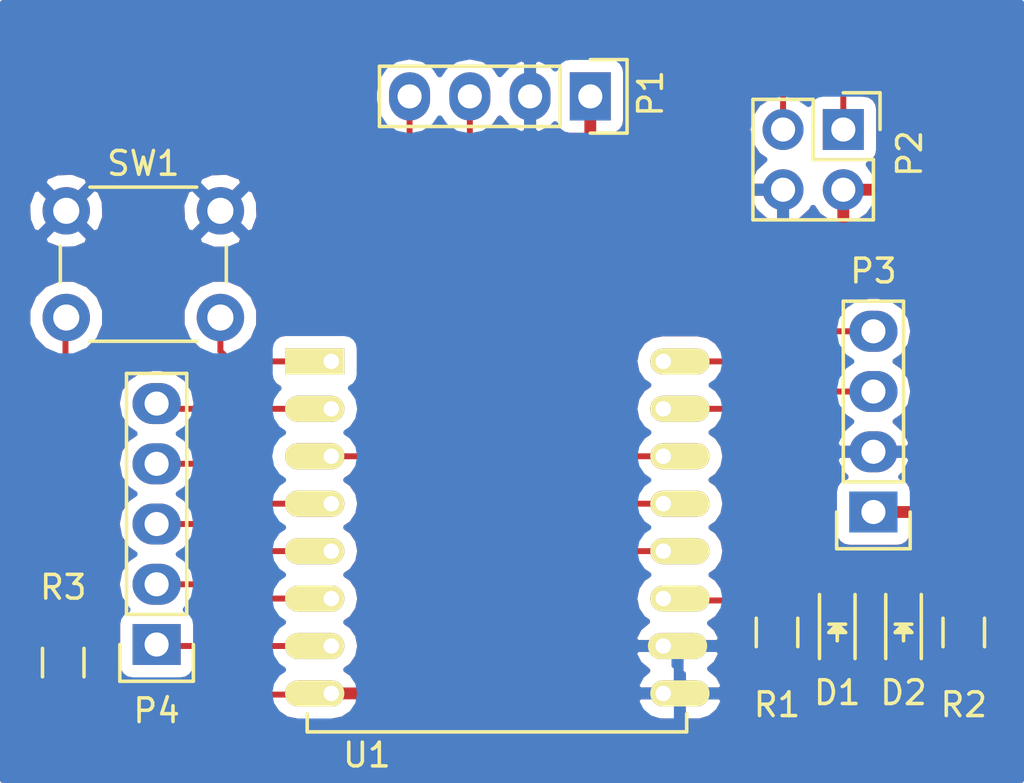
<source format=kicad_pcb>
(kicad_pcb (version 4) (host pcbnew 4.0.4-stable)

  (general
    (links 30)
    (no_connects 12)
    (area 83.82 72.39 127.115002 105.605)
    (thickness 1.6)
    (drawings 0)
    (tracks 84)
    (zones 0)
    (modules 11)
    (nets 18)
  )

  (page A4)
  (layers
    (0 F.Cu signal)
    (31 B.Cu signal)
    (32 B.Adhes user)
    (33 F.Adhes user)
    (34 B.Paste user)
    (35 F.Paste user)
    (36 B.SilkS user)
    (37 F.SilkS user)
    (38 B.Mask user)
    (39 F.Mask user)
    (40 Dwgs.User user)
    (41 Cmts.User user)
    (42 Eco1.User user)
    (43 Eco2.User user)
    (44 Edge.Cuts user)
    (45 Margin user)
    (46 B.CrtYd user)
    (47 F.CrtYd user)
    (48 B.Fab user)
    (49 F.Fab user hide)
  )

  (setup
    (last_trace_width 0.25)
    (trace_clearance 0.2)
    (zone_clearance 0.508)
    (zone_45_only no)
    (trace_min 0.2)
    (segment_width 0.2)
    (edge_width 0.15)
    (via_size 0.6)
    (via_drill 0.4)
    (via_min_size 0.4)
    (via_min_drill 0.3)
    (uvia_size 0.3)
    (uvia_drill 0.1)
    (uvias_allowed no)
    (uvia_min_size 0.2)
    (uvia_min_drill 0.1)
    (pcb_text_width 0.3)
    (pcb_text_size 1.5 1.5)
    (mod_edge_width 0.15)
    (mod_text_size 1 1)
    (mod_text_width 0.15)
    (pad_size 1.524 1.524)
    (pad_drill 0.762)
    (pad_to_mask_clearance 0.2)
    (aux_axis_origin 0 0)
    (visible_elements FFFEFF7F)
    (pcbplotparams
      (layerselection 0x00030_80000001)
      (usegerberextensions false)
      (excludeedgelayer true)
      (linewidth 0.100000)
      (plotframeref false)
      (viasonmask false)
      (mode 1)
      (useauxorigin false)
      (hpglpennumber 1)
      (hpglpenspeed 20)
      (hpglpendiameter 15)
      (hpglpenoverlay 2)
      (psnegative false)
      (psa4output false)
      (plotreference true)
      (plotvalue true)
      (plotinvisibletext false)
      (padsonsilk false)
      (subtractmaskfromsilk false)
      (outputformat 1)
      (mirror false)
      (drillshape 1)
      (scaleselection 1)
      (outputdirectory ""))
  )

  (net 0 "")
  (net 1 "Net-(D1-Pad2)")
  (net 2 GND)
  (net 3 "Net-(D2-Pad2)")
  (net 4 +3V3)
  (net 5 /SCL)
  (net 6 /SDA)
  (net 7 /IO0)
  (net 8 /CPD)
  (net 9 /RX)
  (net 10 /TX)
  (net 11 /IO2)
  (net 12 /RST)
  (net 13 /ADC)
  (net 14 /IO16)
  (net 15 /IO14)
  (net 16 /IO12)
  (net 17 /IO13)

  (net_class Default "This is the default net class."
    (clearance 0.2)
    (trace_width 0.25)
    (via_dia 0.6)
    (via_drill 0.4)
    (uvia_dia 0.3)
    (uvia_drill 0.1)
    (add_net /ADC)
    (add_net /CPD)
    (add_net /IO0)
    (add_net /IO12)
    (add_net /IO13)
    (add_net /IO14)
    (add_net /IO16)
    (add_net /IO2)
    (add_net /RST)
    (add_net /RX)
    (add_net /SCL)
    (add_net /SDA)
    (add_net /TX)
    (add_net GND)
    (add_net "Net-(D1-Pad2)")
    (add_net "Net-(D2-Pad2)")
  )

  (net_class 3.3v ""
    (clearance 0.5)
    (trace_width 0.5)
    (via_dia 0.6)
    (via_drill 0.4)
    (uvia_dia 0.3)
    (uvia_drill 0.1)
    (add_net +3V3)
  )

  (module ESP8266:ESP-12 (layer F.Cu) (tedit 55BE5912) (tstamp 585D69CF)
    (at 97.79 87.63)
    (descr "Module, ESP-8266, ESP-12, 16 pad, SMD")
    (tags "Module ESP-8266 ESP8266")
    (path /58568542)
    (fp_text reference U1 (at 1.5 16.6) (layer F.SilkS)
      (effects (font (size 1 1) (thickness 0.15)))
    )
    (fp_text value ESP-12 (at 6.992 1) (layer F.Fab)
      (effects (font (size 1 1) (thickness 0.15)))
    )
    (fp_line (start -2.25 -0.5) (end -2.25 -8.75) (layer F.CrtYd) (width 0.05))
    (fp_line (start -2.25 -8.75) (end 15.25 -8.75) (layer F.CrtYd) (width 0.05))
    (fp_line (start 15.25 -8.75) (end 16.25 -8.75) (layer F.CrtYd) (width 0.05))
    (fp_line (start 16.25 -8.75) (end 16.25 16) (layer F.CrtYd) (width 0.05))
    (fp_line (start 16.25 16) (end -2.25 16) (layer F.CrtYd) (width 0.05))
    (fp_line (start -2.25 16) (end -2.25 -0.5) (layer F.CrtYd) (width 0.05))
    (fp_line (start -1.016 -8.382) (end 14.986 -8.382) (layer F.CrtYd) (width 0.1524))
    (fp_line (start 14.986 -8.382) (end 14.986 -0.889) (layer F.CrtYd) (width 0.1524))
    (fp_line (start -1.016 -8.382) (end -1.016 -1.016) (layer F.CrtYd) (width 0.1524))
    (fp_line (start -1.016 14.859) (end -1.016 15.621) (layer F.SilkS) (width 0.1524))
    (fp_line (start -1.016 15.621) (end 14.986 15.621) (layer F.SilkS) (width 0.1524))
    (fp_line (start 14.986 15.621) (end 14.986 14.859) (layer F.SilkS) (width 0.1524))
    (fp_line (start 14.992 -8.4) (end -1.008 -2.6) (layer F.CrtYd) (width 0.1524))
    (fp_line (start -1.008 -8.4) (end 14.992 -2.6) (layer F.CrtYd) (width 0.1524))
    (fp_text user "No Copper" (at 6.892 -5.4) (layer F.CrtYd)
      (effects (font (size 1 1) (thickness 0.15)))
    )
    (fp_line (start -1.008 -2.6) (end 14.992 -2.6) (layer F.CrtYd) (width 0.1524))
    (fp_line (start 15 -8.4) (end 15 15.6) (layer F.Fab) (width 0.05))
    (fp_line (start 14.992 15.6) (end -1.008 15.6) (layer F.Fab) (width 0.05))
    (fp_line (start -1.008 15.6) (end -1.008 -8.4) (layer F.Fab) (width 0.05))
    (fp_line (start -1.008 -8.4) (end 14.992 -8.4) (layer F.Fab) (width 0.05))
    (pad 1 thru_hole rect (at 0 0) (size 2.5 1.1) (drill 0.65 (offset -0.7 0)) (layers *.Cu *.Mask F.SilkS)
      (net 12 /RST))
    (pad 2 thru_hole oval (at 0 2) (size 2.5 1.1) (drill 0.65 (offset -0.7 0)) (layers *.Cu *.Mask F.SilkS)
      (net 13 /ADC))
    (pad 3 thru_hole oval (at 0 4) (size 2.5 1.1) (drill 0.65 (offset -0.7 0)) (layers *.Cu *.Mask F.SilkS)
      (net 8 /CPD))
    (pad 4 thru_hole oval (at 0 6) (size 2.5 1.1) (drill 0.65 (offset -0.7 0)) (layers *.Cu *.Mask F.SilkS)
      (net 14 /IO16))
    (pad 5 thru_hole oval (at 0 8) (size 2.5 1.1) (drill 0.65 (offset -0.7 0)) (layers *.Cu *.Mask F.SilkS)
      (net 15 /IO14))
    (pad 6 thru_hole oval (at 0 10) (size 2.5 1.1) (drill 0.65 (offset -0.7 0)) (layers *.Cu *.Mask F.SilkS)
      (net 16 /IO12))
    (pad 7 thru_hole oval (at 0 12) (size 2.5 1.1) (drill 0.65 (offset -0.7 0)) (layers *.Cu *.Mask F.SilkS)
      (net 17 /IO13))
    (pad 8 thru_hole oval (at 0 14) (size 2.5 1.1) (drill 0.65 (offset -0.7 0)) (layers *.Cu *.Mask F.SilkS)
      (net 4 +3V3))
    (pad 9 thru_hole oval (at 14 14) (size 2.5 1.1) (drill 0.65 (offset 0.7 0)) (layers *.Cu *.Mask F.SilkS)
      (net 2 GND))
    (pad 10 thru_hole oval (at 14 12) (size 2.5 1.1) (drill 0.65 (offset 0.6 0)) (layers *.Cu *.Mask F.SilkS)
      (net 2 GND))
    (pad 11 thru_hole oval (at 14 10) (size 2.5 1.1) (drill 0.65 (offset 0.7 0)) (layers *.Cu *.Mask F.SilkS)
      (net 11 /IO2))
    (pad 12 thru_hole oval (at 14 8) (size 2.5 1.1) (drill 0.65 (offset 0.7 0)) (layers *.Cu *.Mask F.SilkS)
      (net 7 /IO0))
    (pad 13 thru_hole oval (at 14 6) (size 2.5 1.1) (drill 0.65 (offset 0.7 0)) (layers *.Cu *.Mask F.SilkS)
      (net 6 /SDA))
    (pad 14 thru_hole oval (at 14 4) (size 2.5 1.1) (drill 0.65 (offset 0.7 0)) (layers *.Cu *.Mask F.SilkS)
      (net 5 /SCL))
    (pad 15 thru_hole oval (at 14 2) (size 2.5 1.1) (drill 0.65 (offset 0.7 0)) (layers *.Cu *.Mask F.SilkS)
      (net 9 /RX))
    (pad 16 thru_hole oval (at 14 0) (size 2.5 1.1) (drill 0.65 (offset 0.7 0)) (layers *.Cu *.Mask F.SilkS)
      (net 10 /TX))
    (model ${KIPRJMOD}/lib/kicad-ESP8266/ESP8266.3dshapes/ESP-12.wrl
      (at (xyz 0 0 0))
      (scale (xyz 0.3937 0.3937 0.3937))
      (rotate (xyz 0 0 0))
    )
  )

  (module LEDs:LED_0805 (layer F.Cu) (tedit 5856BA96) (tstamp 585D60FD)
    (at 119.126 99.06 270)
    (descr "LED 0805 smd package")
    (tags "LED 0805 SMD")
    (path /5856A33B)
    (attr smd)
    (fp_text reference D1 (at 2.54 0 360) (layer F.SilkS)
      (effects (font (size 1 1) (thickness 0.15)))
    )
    (fp_text value LED (at 0 1.75 270) (layer F.Fab)
      (effects (font (size 1 1) (thickness 0.15)))
    )
    (fp_line (start -0.4 -0.3) (end -0.4 0.3) (layer F.Fab) (width 0.15))
    (fp_line (start -0.3 0) (end 0 -0.3) (layer F.Fab) (width 0.15))
    (fp_line (start 0 0.3) (end -0.3 0) (layer F.Fab) (width 0.15))
    (fp_line (start 0 -0.3) (end 0 0.3) (layer F.Fab) (width 0.15))
    (fp_line (start 1 -0.6) (end -1 -0.6) (layer F.Fab) (width 0.15))
    (fp_line (start 1 0.6) (end 1 -0.6) (layer F.Fab) (width 0.15))
    (fp_line (start -1 0.6) (end 1 0.6) (layer F.Fab) (width 0.15))
    (fp_line (start -1 -0.6) (end -1 0.6) (layer F.Fab) (width 0.15))
    (fp_line (start -1.6 0.75) (end 1.1 0.75) (layer F.SilkS) (width 0.15))
    (fp_line (start -1.6 -0.75) (end 1.1 -0.75) (layer F.SilkS) (width 0.15))
    (fp_line (start -0.1 0.15) (end -0.1 -0.1) (layer F.SilkS) (width 0.15))
    (fp_line (start -0.1 -0.1) (end -0.25 0.05) (layer F.SilkS) (width 0.15))
    (fp_line (start -0.35 -0.35) (end -0.35 0.35) (layer F.SilkS) (width 0.15))
    (fp_line (start 0 0) (end 0.35 0) (layer F.SilkS) (width 0.15))
    (fp_line (start -0.35 0) (end 0 -0.35) (layer F.SilkS) (width 0.15))
    (fp_line (start 0 -0.35) (end 0 0.35) (layer F.SilkS) (width 0.15))
    (fp_line (start 0 0.35) (end -0.35 0) (layer F.SilkS) (width 0.15))
    (fp_line (start 1.9 -0.95) (end 1.9 0.95) (layer F.CrtYd) (width 0.05))
    (fp_line (start 1.9 0.95) (end -1.9 0.95) (layer F.CrtYd) (width 0.05))
    (fp_line (start -1.9 0.95) (end -1.9 -0.95) (layer F.CrtYd) (width 0.05))
    (fp_line (start -1.9 -0.95) (end 1.9 -0.95) (layer F.CrtYd) (width 0.05))
    (pad 2 smd rect (at 1.04902 0 90) (size 1.19888 1.19888) (layers F.Cu F.Paste F.Mask)
      (net 1 "Net-(D1-Pad2)"))
    (pad 1 smd rect (at -1.04902 0 90) (size 1.19888 1.19888) (layers F.Cu F.Paste F.Mask)
      (net 2 GND))
    (model LEDs.3dshapes/LED_0805.wrl
      (at (xyz 0 0 0))
      (scale (xyz 1 1 1))
      (rotate (xyz 0 0 0))
    )
  )

  (module LEDs:LED_0805 (layer F.Cu) (tedit 5856BA99) (tstamp 585D6118)
    (at 121.92 99.06 270)
    (descr "LED 0805 smd package")
    (tags "LED 0805 SMD")
    (path /585689C1)
    (attr smd)
    (fp_text reference D2 (at 2.54 0 360) (layer F.SilkS)
      (effects (font (size 1 1) (thickness 0.15)))
    )
    (fp_text value LED (at 0 1.75 270) (layer F.Fab)
      (effects (font (size 1 1) (thickness 0.15)))
    )
    (fp_line (start -0.4 -0.3) (end -0.4 0.3) (layer F.Fab) (width 0.15))
    (fp_line (start -0.3 0) (end 0 -0.3) (layer F.Fab) (width 0.15))
    (fp_line (start 0 0.3) (end -0.3 0) (layer F.Fab) (width 0.15))
    (fp_line (start 0 -0.3) (end 0 0.3) (layer F.Fab) (width 0.15))
    (fp_line (start 1 -0.6) (end -1 -0.6) (layer F.Fab) (width 0.15))
    (fp_line (start 1 0.6) (end 1 -0.6) (layer F.Fab) (width 0.15))
    (fp_line (start -1 0.6) (end 1 0.6) (layer F.Fab) (width 0.15))
    (fp_line (start -1 -0.6) (end -1 0.6) (layer F.Fab) (width 0.15))
    (fp_line (start -1.6 0.75) (end 1.1 0.75) (layer F.SilkS) (width 0.15))
    (fp_line (start -1.6 -0.75) (end 1.1 -0.75) (layer F.SilkS) (width 0.15))
    (fp_line (start -0.1 0.15) (end -0.1 -0.1) (layer F.SilkS) (width 0.15))
    (fp_line (start -0.1 -0.1) (end -0.25 0.05) (layer F.SilkS) (width 0.15))
    (fp_line (start -0.35 -0.35) (end -0.35 0.35) (layer F.SilkS) (width 0.15))
    (fp_line (start 0 0) (end 0.35 0) (layer F.SilkS) (width 0.15))
    (fp_line (start -0.35 0) (end 0 -0.35) (layer F.SilkS) (width 0.15))
    (fp_line (start 0 -0.35) (end 0 0.35) (layer F.SilkS) (width 0.15))
    (fp_line (start 0 0.35) (end -0.35 0) (layer F.SilkS) (width 0.15))
    (fp_line (start 1.9 -0.95) (end 1.9 0.95) (layer F.CrtYd) (width 0.05))
    (fp_line (start 1.9 0.95) (end -1.9 0.95) (layer F.CrtYd) (width 0.05))
    (fp_line (start -1.9 0.95) (end -1.9 -0.95) (layer F.CrtYd) (width 0.05))
    (fp_line (start -1.9 -0.95) (end 1.9 -0.95) (layer F.CrtYd) (width 0.05))
    (pad 2 smd rect (at 1.04902 0 90) (size 1.19888 1.19888) (layers F.Cu F.Paste F.Mask)
      (net 3 "Net-(D2-Pad2)"))
    (pad 1 smd rect (at -1.04902 0 90) (size 1.19888 1.19888) (layers F.Cu F.Paste F.Mask)
      (net 2 GND))
    (model LEDs.3dshapes/LED_0805.wrl
      (at (xyz 0 0 0))
      (scale (xyz 1 1 1))
      (rotate (xyz 0 0 0))
    )
  )

  (module Pin_Headers:Pin_Header_Straight_1x04 (layer F.Cu) (tedit 0) (tstamp 585D612B)
    (at 108.712 76.454 270)
    (descr "Through hole pin header")
    (tags "pin header")
    (path /5856A739)
    (fp_text reference P1 (at -0.127 -2.54 270) (layer F.SilkS)
      (effects (font (size 1 1) (thickness 0.15)))
    )
    (fp_text value Display (at 0 -3.1 270) (layer F.Fab)
      (effects (font (size 1 1) (thickness 0.15)))
    )
    (fp_line (start -1.75 -1.75) (end -1.75 9.4) (layer F.CrtYd) (width 0.05))
    (fp_line (start 1.75 -1.75) (end 1.75 9.4) (layer F.CrtYd) (width 0.05))
    (fp_line (start -1.75 -1.75) (end 1.75 -1.75) (layer F.CrtYd) (width 0.05))
    (fp_line (start -1.75 9.4) (end 1.75 9.4) (layer F.CrtYd) (width 0.05))
    (fp_line (start -1.27 1.27) (end -1.27 8.89) (layer F.SilkS) (width 0.15))
    (fp_line (start 1.27 1.27) (end 1.27 8.89) (layer F.SilkS) (width 0.15))
    (fp_line (start 1.55 -1.55) (end 1.55 0) (layer F.SilkS) (width 0.15))
    (fp_line (start -1.27 8.89) (end 1.27 8.89) (layer F.SilkS) (width 0.15))
    (fp_line (start 1.27 1.27) (end -1.27 1.27) (layer F.SilkS) (width 0.15))
    (fp_line (start -1.55 0) (end -1.55 -1.55) (layer F.SilkS) (width 0.15))
    (fp_line (start -1.55 -1.55) (end 1.55 -1.55) (layer F.SilkS) (width 0.15))
    (pad 1 thru_hole rect (at 0 0 270) (size 2.032 1.7272) (drill 1.016) (layers *.Cu *.Mask)
      (net 4 +3V3))
    (pad 2 thru_hole oval (at 0 2.54 270) (size 2.032 1.7272) (drill 1.016) (layers *.Cu *.Mask)
      (net 2 GND))
    (pad 3 thru_hole oval (at 0 5.08 270) (size 2.032 1.7272) (drill 1.016) (layers *.Cu *.Mask)
      (net 5 /SCL))
    (pad 4 thru_hole oval (at 0 7.62 270) (size 2.032 1.7272) (drill 1.016) (layers *.Cu *.Mask)
      (net 6 /SDA))
    (model Pin_Headers.3dshapes/Pin_Header_Straight_1x04.wrl
      (at (xyz 0 -0.15 0))
      (scale (xyz 1 1 1))
      (rotate (xyz 0 0 90))
    )
  )

  (module Pin_Headers:Pin_Header_Straight_2x02 (layer F.Cu) (tedit 0) (tstamp 585D613F)
    (at 119.38 77.851 270)
    (descr "Through hole pin header")
    (tags "pin header")
    (path /58568870)
    (fp_text reference P2 (at 1.016 -2.794 270) (layer F.SilkS)
      (effects (font (size 1 1) (thickness 0.15)))
    )
    (fp_text value PROGRAM (at 0 -3.1 270) (layer F.Fab)
      (effects (font (size 1 1) (thickness 0.15)))
    )
    (fp_line (start -1.75 -1.75) (end -1.75 4.3) (layer F.CrtYd) (width 0.05))
    (fp_line (start 4.3 -1.75) (end 4.3 4.3) (layer F.CrtYd) (width 0.05))
    (fp_line (start -1.75 -1.75) (end 4.3 -1.75) (layer F.CrtYd) (width 0.05))
    (fp_line (start -1.75 4.3) (end 4.3 4.3) (layer F.CrtYd) (width 0.05))
    (fp_line (start -1.55 0) (end -1.55 -1.55) (layer F.SilkS) (width 0.15))
    (fp_line (start 0 -1.55) (end -1.55 -1.55) (layer F.SilkS) (width 0.15))
    (fp_line (start -1.27 1.27) (end 1.27 1.27) (layer F.SilkS) (width 0.15))
    (fp_line (start 1.27 1.27) (end 1.27 -1.27) (layer F.SilkS) (width 0.15))
    (fp_line (start 1.27 -1.27) (end 3.81 -1.27) (layer F.SilkS) (width 0.15))
    (fp_line (start 3.81 -1.27) (end 3.81 3.81) (layer F.SilkS) (width 0.15))
    (fp_line (start 3.81 3.81) (end -1.27 3.81) (layer F.SilkS) (width 0.15))
    (fp_line (start -1.27 3.81) (end -1.27 1.27) (layer F.SilkS) (width 0.15))
    (pad 1 thru_hole rect (at 0 0 270) (size 1.7272 1.7272) (drill 1.016) (layers *.Cu *.Mask)
      (net 8 /CPD))
    (pad 2 thru_hole oval (at 2.54 0 270) (size 1.7272 1.7272) (drill 1.016) (layers *.Cu *.Mask)
      (net 4 +3V3))
    (pad 3 thru_hole oval (at 0 2.54 270) (size 1.7272 1.7272) (drill 1.016) (layers *.Cu *.Mask)
      (net 7 /IO0))
    (pad 4 thru_hole oval (at 2.54 2.54 270) (size 1.7272 1.7272) (drill 1.016) (layers *.Cu *.Mask)
      (net 2 GND))
    (model Pin_Headers.3dshapes/Pin_Header_Straight_2x02.wrl
      (at (xyz 0.05 -0.05 0))
      (scale (xyz 1 1 1))
      (rotate (xyz 0 0 90))
    )
  )

  (module Pin_Headers:Pin_Header_Straight_1x04 (layer F.Cu) (tedit 5856B834) (tstamp 585D6152)
    (at 120.65 93.98 180)
    (descr "Through hole pin header")
    (tags "pin header")
    (path /585685B1)
    (fp_text reference P3 (at 0 10.16 180) (layer F.SilkS)
      (effects (font (size 1 1) (thickness 0.15)))
    )
    (fp_text value Serial (at 0 10.16 180) (layer F.Fab)
      (effects (font (size 1 1) (thickness 0.15)))
    )
    (fp_line (start -1.75 -1.75) (end -1.75 9.4) (layer F.CrtYd) (width 0.05))
    (fp_line (start 1.75 -1.75) (end 1.75 9.4) (layer F.CrtYd) (width 0.05))
    (fp_line (start -1.75 -1.75) (end 1.75 -1.75) (layer F.CrtYd) (width 0.05))
    (fp_line (start -1.75 9.4) (end 1.75 9.4) (layer F.CrtYd) (width 0.05))
    (fp_line (start -1.27 1.27) (end -1.27 8.89) (layer F.SilkS) (width 0.15))
    (fp_line (start 1.27 1.27) (end 1.27 8.89) (layer F.SilkS) (width 0.15))
    (fp_line (start 1.55 -1.55) (end 1.55 0) (layer F.SilkS) (width 0.15))
    (fp_line (start -1.27 8.89) (end 1.27 8.89) (layer F.SilkS) (width 0.15))
    (fp_line (start 1.27 1.27) (end -1.27 1.27) (layer F.SilkS) (width 0.15))
    (fp_line (start -1.55 0) (end -1.55 -1.55) (layer F.SilkS) (width 0.15))
    (fp_line (start -1.55 -1.55) (end 1.55 -1.55) (layer F.SilkS) (width 0.15))
    (pad 1 thru_hole rect (at 0 0 180) (size 2.032 1.7272) (drill 1.016) (layers *.Cu *.Mask)
      (net 4 +3V3))
    (pad 2 thru_hole oval (at 0 2.54 180) (size 2.032 1.7272) (drill 1.016) (layers *.Cu *.Mask)
      (net 2 GND))
    (pad 3 thru_hole oval (at 0 5.08 180) (size 2.032 1.7272) (drill 1.016) (layers *.Cu *.Mask)
      (net 9 /RX))
    (pad 4 thru_hole oval (at 0 7.62 180) (size 2.032 1.7272) (drill 1.016) (layers *.Cu *.Mask)
      (net 10 /TX))
    (model Pin_Headers.3dshapes/Pin_Header_Straight_1x04.wrl
      (at (xyz 0 -0.15 0))
      (scale (xyz 1 1 1))
      (rotate (xyz 0 0 90))
    )
  )

  (module Resistors_SMD:R_0805_HandSoldering (layer F.Cu) (tedit 5856BA72) (tstamp 585D6162)
    (at 116.586 99.06 270)
    (descr "Resistor SMD 0805, hand soldering")
    (tags "resistor 0805")
    (path /5856A341)
    (attr smd)
    (fp_text reference R1 (at 3.048 0 360) (layer F.SilkS)
      (effects (font (size 1 1) (thickness 0.15)))
    )
    (fp_text value 120 (at 0 2.1 270) (layer F.Fab)
      (effects (font (size 1 1) (thickness 0.15)))
    )
    (fp_line (start -1 0.625) (end -1 -0.625) (layer F.Fab) (width 0.1))
    (fp_line (start 1 0.625) (end -1 0.625) (layer F.Fab) (width 0.1))
    (fp_line (start 1 -0.625) (end 1 0.625) (layer F.Fab) (width 0.1))
    (fp_line (start -1 -0.625) (end 1 -0.625) (layer F.Fab) (width 0.1))
    (fp_line (start -2.4 -1) (end 2.4 -1) (layer F.CrtYd) (width 0.05))
    (fp_line (start -2.4 1) (end 2.4 1) (layer F.CrtYd) (width 0.05))
    (fp_line (start -2.4 -1) (end -2.4 1) (layer F.CrtYd) (width 0.05))
    (fp_line (start 2.4 -1) (end 2.4 1) (layer F.CrtYd) (width 0.05))
    (fp_line (start 0.6 0.875) (end -0.6 0.875) (layer F.SilkS) (width 0.15))
    (fp_line (start -0.6 -0.875) (end 0.6 -0.875) (layer F.SilkS) (width 0.15))
    (pad 1 smd rect (at -1.35 0 270) (size 1.5 1.3) (layers F.Cu F.Paste F.Mask)
      (net 11 /IO2))
    (pad 2 smd rect (at 1.35 0 270) (size 1.5 1.3) (layers F.Cu F.Paste F.Mask)
      (net 1 "Net-(D1-Pad2)"))
    (model Resistors_SMD.3dshapes/R_0805_HandSoldering.wrl
      (at (xyz 0 0 0))
      (scale (xyz 1 1 1))
      (rotate (xyz 0 0 0))
    )
  )

  (module Resistors_SMD:R_0805_HandSoldering (layer F.Cu) (tedit 5856BA82) (tstamp 585D6172)
    (at 124.46 99.06 270)
    (descr "Resistor SMD 0805, hand soldering")
    (tags "resistor 0805")
    (path /58568BB7)
    (attr smd)
    (fp_text reference R2 (at 3.048 0 360) (layer F.SilkS)
      (effects (font (size 1 1) (thickness 0.15)))
    )
    (fp_text value 120 (at 0 2.1 270) (layer F.Fab)
      (effects (font (size 1 1) (thickness 0.15)))
    )
    (fp_line (start -1 0.625) (end -1 -0.625) (layer F.Fab) (width 0.1))
    (fp_line (start 1 0.625) (end -1 0.625) (layer F.Fab) (width 0.1))
    (fp_line (start 1 -0.625) (end 1 0.625) (layer F.Fab) (width 0.1))
    (fp_line (start -1 -0.625) (end 1 -0.625) (layer F.Fab) (width 0.1))
    (fp_line (start -2.4 -1) (end 2.4 -1) (layer F.CrtYd) (width 0.05))
    (fp_line (start -2.4 1) (end 2.4 1) (layer F.CrtYd) (width 0.05))
    (fp_line (start -2.4 -1) (end -2.4 1) (layer F.CrtYd) (width 0.05))
    (fp_line (start 2.4 -1) (end 2.4 1) (layer F.CrtYd) (width 0.05))
    (fp_line (start 0.6 0.875) (end -0.6 0.875) (layer F.SilkS) (width 0.15))
    (fp_line (start -0.6 -0.875) (end 0.6 -0.875) (layer F.SilkS) (width 0.15))
    (pad 1 smd rect (at -1.35 0 270) (size 1.5 1.3) (layers F.Cu F.Paste F.Mask)
      (net 4 +3V3))
    (pad 2 smd rect (at 1.35 0 270) (size 1.5 1.3) (layers F.Cu F.Paste F.Mask)
      (net 3 "Net-(D2-Pad2)"))
    (model Resistors_SMD.3dshapes/R_0805_HandSoldering.wrl
      (at (xyz 0 0 0))
      (scale (xyz 1 1 1))
      (rotate (xyz 0 0 0))
    )
  )

  (module Resistors_SMD:R_0805_HandSoldering (layer F.Cu) (tedit 58307B90) (tstamp 585D6182)
    (at 86.487 100.33 90)
    (descr "Resistor SMD 0805, hand soldering")
    (tags "resistor 0805")
    (path /58568FD2)
    (attr smd)
    (fp_text reference R3 (at 3.175 0 180) (layer F.SilkS)
      (effects (font (size 1 1) (thickness 0.15)))
    )
    (fp_text value 120 (at 0 2.1 90) (layer F.Fab)
      (effects (font (size 1 1) (thickness 0.15)))
    )
    (fp_line (start -1 0.625) (end -1 -0.625) (layer F.Fab) (width 0.1))
    (fp_line (start 1 0.625) (end -1 0.625) (layer F.Fab) (width 0.1))
    (fp_line (start 1 -0.625) (end 1 0.625) (layer F.Fab) (width 0.1))
    (fp_line (start -1 -0.625) (end 1 -0.625) (layer F.Fab) (width 0.1))
    (fp_line (start -2.4 -1) (end 2.4 -1) (layer F.CrtYd) (width 0.05))
    (fp_line (start -2.4 1) (end 2.4 1) (layer F.CrtYd) (width 0.05))
    (fp_line (start -2.4 -1) (end -2.4 1) (layer F.CrtYd) (width 0.05))
    (fp_line (start 2.4 -1) (end 2.4 1) (layer F.CrtYd) (width 0.05))
    (fp_line (start 0.6 0.875) (end -0.6 0.875) (layer F.SilkS) (width 0.15))
    (fp_line (start -0.6 -0.875) (end 0.6 -0.875) (layer F.SilkS) (width 0.15))
    (pad 1 smd rect (at -1.35 0 90) (size 1.5 1.3) (layers F.Cu F.Paste F.Mask)
      (net 4 +3V3))
    (pad 2 smd rect (at 1.35 0 90) (size 1.5 1.3) (layers F.Cu F.Paste F.Mask)
      (net 12 /RST))
    (model Resistors_SMD.3dshapes/R_0805_HandSoldering.wrl
      (at (xyz 0 0 0))
      (scale (xyz 1 1 1))
      (rotate (xyz 0 0 0))
    )
  )

  (module Buttons_Switches_THT:SW_PUSH_6mm_h8mm (layer F.Cu) (tedit 58134E27) (tstamp 585D61A0)
    (at 86.614 81.28)
    (descr "tactile push button, 6x6mm e.g. PHAP33xx series, height=8mm")
    (tags "tact sw push 6mm")
    (path /58568EFF)
    (fp_text reference SW1 (at 3.25 -2) (layer F.SilkS)
      (effects (font (size 1 1) (thickness 0.15)))
    )
    (fp_text value SW_PUSH (at 3.75 6.7) (layer F.Fab)
      (effects (font (size 1 1) (thickness 0.15)))
    )
    (fp_line (start 3.25 -0.75) (end 6.25 -0.75) (layer F.Fab) (width 0.1))
    (fp_line (start 6.25 -0.75) (end 6.25 5.25) (layer F.Fab) (width 0.1))
    (fp_line (start 6.25 5.25) (end 0.25 5.25) (layer F.Fab) (width 0.1))
    (fp_line (start 0.25 5.25) (end 0.25 -0.75) (layer F.Fab) (width 0.1))
    (fp_line (start 0.25 -0.75) (end 3.25 -0.75) (layer F.Fab) (width 0.1))
    (fp_line (start 7.75 6) (end 8 6) (layer F.CrtYd) (width 0.05))
    (fp_line (start 8 6) (end 8 5.75) (layer F.CrtYd) (width 0.05))
    (fp_line (start 7.75 -1.5) (end 8 -1.5) (layer F.CrtYd) (width 0.05))
    (fp_line (start 8 -1.5) (end 8 -1.25) (layer F.CrtYd) (width 0.05))
    (fp_line (start -1.5 -1.25) (end -1.5 -1.5) (layer F.CrtYd) (width 0.05))
    (fp_line (start -1.5 -1.5) (end -1.25 -1.5) (layer F.CrtYd) (width 0.05))
    (fp_line (start -1.5 5.75) (end -1.5 6) (layer F.CrtYd) (width 0.05))
    (fp_line (start -1.5 6) (end -1.25 6) (layer F.CrtYd) (width 0.05))
    (fp_line (start -1.25 -1.5) (end 7.75 -1.5) (layer F.CrtYd) (width 0.05))
    (fp_line (start -1.5 5.75) (end -1.5 -1.25) (layer F.CrtYd) (width 0.05))
    (fp_line (start 7.75 6) (end -1.25 6) (layer F.CrtYd) (width 0.05))
    (fp_line (start 8 -1.25) (end 8 5.75) (layer F.CrtYd) (width 0.05))
    (fp_line (start 1 5.5) (end 5.5 5.5) (layer F.SilkS) (width 0.15))
    (fp_line (start -0.25 1.5) (end -0.25 3) (layer F.SilkS) (width 0.15))
    (fp_line (start 5.5 -1) (end 1 -1) (layer F.SilkS) (width 0.15))
    (fp_line (start 6.75 3) (end 6.75 1.5) (layer F.SilkS) (width 0.15))
    (fp_circle (center 3.25 2.25) (end 1.25 2.5) (layer F.Fab) (width 0.1))
    (pad 2 thru_hole circle (at 0 4.5 90) (size 2 2) (drill 1.1) (layers *.Cu *.Mask)
      (net 12 /RST))
    (pad 1 thru_hole circle (at 0 0 90) (size 2 2) (drill 1.1) (layers *.Cu *.Mask)
      (net 2 GND))
    (pad 2 thru_hole circle (at 6.5 4.5 90) (size 2 2) (drill 1.1) (layers *.Cu *.Mask)
      (net 12 /RST))
    (pad 1 thru_hole circle (at 6.5 0 90) (size 2 2) (drill 1.1) (layers *.Cu *.Mask)
      (net 2 GND))
    (model Buttons_Switches_ThroughHole.3dshapes/SW_PUSH_6mm_h8mm.wrl
      (at (xyz 0.005 0 0))
      (scale (xyz 0.3937 0.3937 0.3937))
      (rotate (xyz 0 0 0))
    )
  )

  (module Pin_Headers:Pin_Header_Straight_1x05 (layer F.Cu) (tedit 54EA0684) (tstamp 5857267C)
    (at 90.424 99.568 180)
    (descr "Through hole pin header")
    (tags "pin header")
    (path /5856B8CA)
    (fp_text reference P4 (at 0 -2.794 180) (layer F.SilkS)
      (effects (font (size 1 1) (thickness 0.15)))
    )
    (fp_text value PINS (at 0 -3.1 180) (layer F.Fab)
      (effects (font (size 1 1) (thickness 0.15)))
    )
    (fp_line (start -1.55 0) (end -1.55 -1.55) (layer F.SilkS) (width 0.15))
    (fp_line (start -1.55 -1.55) (end 1.55 -1.55) (layer F.SilkS) (width 0.15))
    (fp_line (start 1.55 -1.55) (end 1.55 0) (layer F.SilkS) (width 0.15))
    (fp_line (start -1.75 -1.75) (end -1.75 11.95) (layer F.CrtYd) (width 0.05))
    (fp_line (start 1.75 -1.75) (end 1.75 11.95) (layer F.CrtYd) (width 0.05))
    (fp_line (start -1.75 -1.75) (end 1.75 -1.75) (layer F.CrtYd) (width 0.05))
    (fp_line (start -1.75 11.95) (end 1.75 11.95) (layer F.CrtYd) (width 0.05))
    (fp_line (start 1.27 1.27) (end 1.27 11.43) (layer F.SilkS) (width 0.15))
    (fp_line (start 1.27 11.43) (end -1.27 11.43) (layer F.SilkS) (width 0.15))
    (fp_line (start -1.27 11.43) (end -1.27 1.27) (layer F.SilkS) (width 0.15))
    (fp_line (start 1.27 1.27) (end -1.27 1.27) (layer F.SilkS) (width 0.15))
    (pad 1 thru_hole rect (at 0 0 180) (size 2.032 1.7272) (drill 1.016) (layers *.Cu *.Mask)
      (net 17 /IO13))
    (pad 2 thru_hole oval (at 0 2.54 180) (size 2.032 1.7272) (drill 1.016) (layers *.Cu *.Mask)
      (net 16 /IO12))
    (pad 3 thru_hole oval (at 0 5.08 180) (size 2.032 1.7272) (drill 1.016) (layers *.Cu *.Mask)
      (net 15 /IO14))
    (pad 4 thru_hole oval (at 0 7.62 180) (size 2.032 1.7272) (drill 1.016) (layers *.Cu *.Mask)
      (net 14 /IO16))
    (pad 5 thru_hole oval (at 0 10.16 180) (size 2.032 1.7272) (drill 1.016) (layers *.Cu *.Mask)
      (net 13 /ADC))
    (model Pin_Headers.3dshapes/Pin_Header_Straight_1x05.wrl
      (at (xyz 0 -0.2 0))
      (scale (xyz 1 1 1))
      (rotate (xyz 0 0 90))
    )
  )

  (segment (start 119.126 100.10902) (end 116.88698 100.10902) (width 0.25) (layer F.Cu) (net 1))
  (segment (start 116.88698 100.10902) (end 116.586 100.41) (width 0.25) (layer F.Cu) (net 1) (tstamp 58572873))
  (segment (start 121.92 100.10902) (end 124.15902 100.10902) (width 0.25) (layer F.Cu) (net 3))
  (segment (start 124.15902 100.10902) (end 124.46 100.41) (width 0.25) (layer F.Cu) (net 3) (tstamp 58572876))
  (segment (start 111.76 83.82) (end 108.712 80.772) (width 0.5) (layer F.Cu) (net 4))
  (segment (start 108.712 80.772) (end 108.712 76.454) (width 0.5) (layer F.Cu) (net 4))
  (segment (start 118.11 83.82) (end 111.76 83.82) (width 0.5) (layer F.Cu) (net 4))
  (segment (start 119.38 82.55) (end 118.11 83.82) (width 0.5) (layer F.Cu) (net 4))
  (segment (start 119.38 80.391) (end 119.38 82.55) (width 0.5) (layer F.Cu) (net 4))
  (segment (start 126.365 101.981) (end 126.365 99.715) (width 0.5) (layer F.Cu) (net 4))
  (segment (start 126.365 99.715) (end 124.46 97.81) (width 0.5) (layer F.Cu) (net 4))
  (segment (start 124.46 97.81) (end 124.46 97.71) (width 0.5) (layer F.Cu) (net 4))
  (segment (start 125.41599 102.93001) (end 126.365 101.981) (width 0.5) (layer F.Cu) (net 4))
  (segment (start 104.043 101.63) (end 105.34301 102.93001) (width 0.5) (layer F.Cu) (net 4))
  (segment (start 105.34301 102.93001) (end 125.41599 102.93001) (width 0.5) (layer F.Cu) (net 4))
  (segment (start 97.79 101.63) (end 104.043 101.63) (width 0.5) (layer F.Cu) (net 4))
  (segment (start 124.45746 93.218) (end 124.45746 93.853) (width 0.5) (layer F.Cu) (net 4))
  (segment (start 123.69546 93.98) (end 124.33046 93.98) (width 0.5) (layer F.Cu) (net 4))
  (segment (start 124.45746 93.853) (end 124.45746 94.615) (width 0.5) (layer F.Cu) (net 4))
  (segment (start 124.33046 93.98) (end 124.45746 93.853) (width 0.5) (layer F.Cu) (net 4))
  (segment (start 124.45746 94.615) (end 124.45746 95.50146) (width 0.5) (layer F.Cu) (net 4))
  (segment (start 123.69546 93.98) (end 123.82246 93.98) (width 0.5) (layer F.Cu) (net 4))
  (segment (start 123.82246 93.98) (end 124.45746 94.615) (width 0.5) (layer F.Cu) (net 4))
  (segment (start 124.45746 83.05546) (end 124.45746 93.218) (width 0.5) (layer F.Cu) (net 4))
  (segment (start 120.65 93.98) (end 123.69546 93.98) (width 0.5) (layer F.Cu) (net 4))
  (segment (start 123.69546 93.98) (end 124.45746 93.218) (width 0.5) (layer F.Cu) (net 4))
  (segment (start 124.46 97.71) (end 124.46 95.504) (width 0.5) (layer F.Cu) (net 4))
  (segment (start 124.46 95.504) (end 124.46 95.25) (width 0.5) (layer F.Cu) (net 4))
  (segment (start 119.38 80.391) (end 121.793 80.391) (width 0.5) (layer F.Cu) (net 4))
  (segment (start 121.793 80.391) (end 124.45746 83.05546) (width 0.5) (layer F.Cu) (net 4))
  (segment (start 124.45746 95.50146) (end 124.46 95.504) (width 0.5) (layer F.Cu) (net 4))
  (segment (start 97.79 101.63) (end 97.74 101.68) (width 0.25) (layer F.Cu) (net 4))
  (segment (start 97.74 101.68) (end 86.487 101.68) (width 0.25) (layer F.Cu) (net 4))
  (segment (start 111.79 91.63) (end 109.95438 91.63) (width 0.25) (layer F.Cu) (net 5))
  (segment (start 109.95438 91.63) (end 103.632 85.30762) (width 0.25) (layer F.Cu) (net 5))
  (segment (start 103.632 85.30762) (end 103.632 76.454) (width 0.25) (layer F.Cu) (net 5))
  (segment (start 111.79 93.63) (end 109.816823 93.63) (width 0.25) (layer F.Cu) (net 6))
  (segment (start 109.816823 93.63) (end 101.092 84.905177) (width 0.25) (layer F.Cu) (net 6))
  (segment (start 101.092 84.905177) (end 101.092 76.454) (width 0.25) (layer F.Cu) (net 6))
  (segment (start 99.187 85.09) (end 99.187 76.327) (width 0.25) (layer F.Cu) (net 7))
  (segment (start 99.187 76.327) (end 99.187 76.215014) (width 0.25) (layer F.Cu) (net 7))
  (segment (start 99.822 74.295) (end 99.187 74.93) (width 0.25) (layer F.Cu) (net 7))
  (segment (start 99.187 74.93) (end 99.187 76.327) (width 0.25) (layer F.Cu) (net 7))
  (segment (start 115.443 74.295) (end 99.822 74.295) (width 0.25) (layer F.Cu) (net 7))
  (segment (start 116.84 75.692) (end 115.443 74.295) (width 0.25) (layer F.Cu) (net 7))
  (segment (start 116.84 77.851) (end 116.84 75.692) (width 0.25) (layer F.Cu) (net 7))
  (segment (start 111.79 95.63) (end 109.727 95.63) (width 0.25) (layer F.Cu) (net 7))
  (segment (start 109.727 95.63) (end 99.187 85.09) (width 0.25) (layer F.Cu) (net 7))
  (segment (start 117.602 73.533) (end 119.38 75.311) (width 0.25) (layer F.Cu) (net 8))
  (segment (start 119.38 75.311) (end 119.38 77.851) (width 0.25) (layer F.Cu) (net 8))
  (segment (start 99.441 73.533) (end 117.602 73.533) (width 0.25) (layer F.Cu) (net 8))
  (segment (start 97.917 75.057) (end 99.441 73.533) (width 0.25) (layer F.Cu) (net 8))
  (segment (start 97.917 85.09) (end 97.917 75.057) (width 0.25) (layer F.Cu) (net 8))
  (segment (start 100.33 87.503) (end 97.917 85.09) (width 0.25) (layer F.Cu) (net 8))
  (segment (start 100.33 90.678) (end 100.33 87.503) (width 0.25) (layer F.Cu) (net 8))
  (segment (start 99.378 91.63) (end 100.33 90.678) (width 0.25) (layer F.Cu) (net 8))
  (segment (start 97.79 91.63) (end 99.378 91.63) (width 0.25) (layer F.Cu) (net 8))
  (segment (start 111.79 89.63) (end 116.364 89.63) (width 0.25) (layer F.Cu) (net 9))
  (segment (start 117.094 88.9) (end 120.65 88.9) (width 0.25) (layer F.Cu) (net 9) (tstamp 5857292D))
  (segment (start 116.364 89.63) (end 117.094 88.9) (width 0.25) (layer F.Cu) (net 9) (tstamp 5857292C))
  (segment (start 111.79 87.63) (end 116.365223 87.63) (width 0.25) (layer F.Cu) (net 10))
  (segment (start 116.365223 87.63) (end 117.635223 86.36) (width 0.25) (layer F.Cu) (net 10))
  (segment (start 117.635223 86.36) (end 120.65 86.36) (width 0.25) (layer F.Cu) (net 10))
  (segment (start 116.586 97.71) (end 111.87 97.71) (width 0.25) (layer F.Cu) (net 11))
  (segment (start 111.87 97.71) (end 111.79 97.63) (width 0.25) (layer F.Cu) (net 11) (tstamp 5857287F))
  (segment (start 86.487 98.98) (end 86.581214 98.885786) (width 0.25) (layer F.Cu) (net 12))
  (segment (start 86.581214 85.83343) (end 86.592829 85.821815) (width 0.25) (layer F.Cu) (net 12))
  (segment (start 86.581214 98.885786) (end 86.581214 85.83343) (width 0.25) (layer F.Cu) (net 12))
  (segment (start 97.79 87.63) (end 93.549787 87.63) (width 0.25) (layer F.Cu) (net 12))
  (segment (start 93.549787 87.63) (end 93.114 87.194213) (width 0.25) (layer F.Cu) (net 12))
  (segment (start 93.114 87.194213) (end 93.114 85.78) (width 0.25) (layer F.Cu) (net 12))
  (segment (start 97.79 89.63) (end 90.646 89.63) (width 0.25) (layer F.Cu) (net 13))
  (segment (start 90.646 89.63) (end 90.424 89.408) (width 0.25) (layer F.Cu) (net 13) (tstamp 58572925))
  (segment (start 97.79 93.63) (end 94.392 93.63) (width 0.25) (layer F.Cu) (net 14))
  (segment (start 92.71 91.948) (end 90.424 91.948) (width 0.25) (layer F.Cu) (net 14) (tstamp 5857291E))
  (segment (start 94.392 93.63) (end 92.71 91.948) (width 0.25) (layer F.Cu) (net 14) (tstamp 5857291C))
  (segment (start 97.79 95.63) (end 94.36 95.63) (width 0.25) (layer F.Cu) (net 15))
  (segment (start 93.218 94.488) (end 90.424 94.488) (width 0.25) (layer F.Cu) (net 15) (tstamp 58572913))
  (segment (start 94.36 95.63) (end 93.218 94.488) (width 0.25) (layer F.Cu) (net 15) (tstamp 58572912))
  (segment (start 97.79 97.63) (end 94.328 97.63) (width 0.25) (layer F.Cu) (net 16))
  (segment (start 93.726 97.028) (end 90.424 97.028) (width 0.25) (layer F.Cu) (net 16) (tstamp 585728E5))
  (segment (start 94.328 97.63) (end 93.726 97.028) (width 0.25) (layer F.Cu) (net 16) (tstamp 585728E4))
  (segment (start 97.79 99.63) (end 90.486 99.63) (width 0.25) (layer F.Cu) (net 17))
  (segment (start 90.486 99.63) (end 90.424 99.568) (width 0.25) (layer F.Cu) (net 17) (tstamp 585728E0))

  (zone (net 2) (net_name GND) (layer F.Cu) (tstamp 0) (hatch edge 0.508)
    (connect_pads (clearance 0.508))
    (min_thickness 0.254)
    (fill yes (arc_segments 16) (thermal_gap 0.508) (thermal_bridge_width 0.508))
    (polygon
      (pts
        (xy 83.82 72.39) (xy 83.82 105.41) (xy 127 105.41) (xy 127 72.39)
      )
    )
    (filled_polygon
      (pts
        (xy 126.873 98.971421) (xy 125.75744 97.85586) (xy 125.75744 96.96) (xy 125.713162 96.724683) (xy 125.57409 96.508559)
        (xy 125.36189 96.363569) (xy 125.345 96.360149) (xy 125.345 95.504005) (xy 125.345001 95.504) (xy 125.345 95.503995)
        (xy 125.345 95.25) (xy 125.34246 95.237231) (xy 125.34246 94.615005) (xy 125.342461 94.615) (xy 125.34246 94.614995)
        (xy 125.34246 93.853005) (xy 125.342461 93.853) (xy 125.34246 93.852995) (xy 125.34246 93.218005) (xy 125.342461 93.218)
        (xy 125.34246 93.217995) (xy 125.34246 83.05546) (xy 125.275093 82.716785) (xy 125.08325 82.42967) (xy 125.083247 82.429668)
        (xy 122.41879 79.76521) (xy 122.258553 79.658144) (xy 122.131675 79.573367) (xy 122.075484 79.56219) (xy 121.793 79.505999)
        (xy 121.792995 79.506) (xy 120.575998 79.506) (xy 120.453426 79.322558) (xy 120.478917 79.317762) (xy 120.695041 79.17869)
        (xy 120.840031 78.96649) (xy 120.89104 78.7146) (xy 120.89104 76.9874) (xy 120.846762 76.752083) (xy 120.70769 76.535959)
        (xy 120.49549 76.390969) (xy 120.2436 76.33996) (xy 120.14 76.33996) (xy 120.14 75.311) (xy 120.082148 75.020161)
        (xy 119.917401 74.773599) (xy 118.139401 72.995599) (xy 117.892839 72.830852) (xy 117.602 72.773) (xy 99.441 72.773)
        (xy 99.198414 72.821254) (xy 99.15016 72.830852) (xy 98.903599 72.995599) (xy 97.379599 74.519599) (xy 97.214852 74.766161)
        (xy 97.157 75.057) (xy 97.157 85.09) (xy 97.214852 85.380839) (xy 97.379599 85.627401) (xy 98.184758 86.43256)
        (xy 95.84 86.43256) (xy 95.604683 86.476838) (xy 95.388559 86.61591) (xy 95.243569 86.82811) (xy 95.235086 86.87)
        (xy 94.336356 86.87) (xy 94.499278 86.707363) (xy 94.748716 86.106648) (xy 94.749284 85.456205) (xy 94.500894 84.855057)
        (xy 94.041363 84.394722) (xy 93.440648 84.145284) (xy 92.790205 84.144716) (xy 92.189057 84.393106) (xy 91.728722 84.852637)
        (xy 91.479284 85.453352) (xy 91.478716 86.103795) (xy 91.727106 86.704943) (xy 92.186637 87.165278) (xy 92.362794 87.238425)
        (xy 92.411852 87.485052) (xy 92.576599 87.731614) (xy 93.012386 88.167401) (xy 93.258948 88.332148) (xy 93.549787 88.39)
        (xy 95.232074 88.39) (xy 95.236838 88.415317) (xy 95.37591 88.631441) (xy 95.563615 88.759694) (xy 95.515149 88.792078)
        (xy 95.463083 88.87) (xy 92.00033 88.87) (xy 91.993271 88.834511) (xy 91.668415 88.34833) (xy 91.182234 88.023474)
        (xy 90.608745 87.9094) (xy 90.239255 87.9094) (xy 89.665766 88.023474) (xy 89.179585 88.34833) (xy 88.854729 88.834511)
        (xy 88.740655 89.408) (xy 88.854729 89.981489) (xy 89.179585 90.46767) (xy 89.494366 90.678) (xy 89.179585 90.88833)
        (xy 88.854729 91.374511) (xy 88.740655 91.948) (xy 88.854729 92.521489) (xy 89.179585 93.00767) (xy 89.494366 93.218)
        (xy 89.179585 93.42833) (xy 88.854729 93.914511) (xy 88.740655 94.488) (xy 88.854729 95.061489) (xy 89.179585 95.54767)
        (xy 89.494366 95.758) (xy 89.179585 95.96833) (xy 88.854729 96.454511) (xy 88.740655 97.028) (xy 88.854729 97.601489)
        (xy 89.179585 98.08767) (xy 89.193913 98.097243) (xy 89.172683 98.101238) (xy 88.956559 98.24031) (xy 88.811569 98.45251)
        (xy 88.76056 98.7044) (xy 88.76056 100.4316) (xy 88.804838 100.666917) (xy 88.94391 100.883041) (xy 88.998001 100.92)
        (xy 87.782558 100.92) (xy 87.740162 100.694683) (xy 87.60109 100.478559) (xy 87.38889 100.333569) (xy 87.375803 100.330919)
        (xy 87.588441 100.19409) (xy 87.733431 99.98189) (xy 87.78444 99.73) (xy 87.78444 98.23) (xy 87.740162 97.994683)
        (xy 87.60109 97.778559) (xy 87.38889 97.633569) (xy 87.341214 97.623914) (xy 87.341214 87.248594) (xy 87.538943 87.166894)
        (xy 87.999278 86.707363) (xy 88.248716 86.106648) (xy 88.249284 85.456205) (xy 88.000894 84.855057) (xy 87.541363 84.394722)
        (xy 86.940648 84.145284) (xy 86.290205 84.144716) (xy 85.689057 84.393106) (xy 85.228722 84.852637) (xy 84.979284 85.453352)
        (xy 84.978716 86.103795) (xy 85.227106 86.704943) (xy 85.686637 87.165278) (xy 85.821214 87.221159) (xy 85.821214 97.58553)
        (xy 85.601683 97.626838) (xy 85.385559 97.76591) (xy 85.240569 97.97811) (xy 85.18956 98.23) (xy 85.18956 99.73)
        (xy 85.233838 99.965317) (xy 85.37291 100.181441) (xy 85.58511 100.326431) (xy 85.598197 100.329081) (xy 85.385559 100.46591)
        (xy 85.240569 100.67811) (xy 85.18956 100.93) (xy 85.18956 102.43) (xy 85.233838 102.665317) (xy 85.37291 102.881441)
        (xy 85.58511 103.026431) (xy 85.837 103.07744) (xy 87.137 103.07744) (xy 87.372317 103.033162) (xy 87.588441 102.89409)
        (xy 87.733431 102.68189) (xy 87.782415 102.44) (xy 95.496492 102.44) (xy 95.515149 102.467922) (xy 95.899591 102.724797)
        (xy 96.353071 102.815) (xy 97.826929 102.815) (xy 98.280409 102.724797) (xy 98.594394 102.515) (xy 103.67642 102.515)
        (xy 104.717218 103.555797) (xy 104.71722 103.5558) (xy 105.004335 103.747643) (xy 105.060526 103.75882) (xy 105.34301 103.815011)
        (xy 105.343015 103.81501) (xy 125.415985 103.81501) (xy 125.41599 103.815011) (xy 125.698474 103.75882) (xy 125.754665 103.747643)
        (xy 126.04178 103.5558) (xy 126.873 102.724579) (xy 126.873 105.283) (xy 83.947 105.283) (xy 83.947 82.432532)
        (xy 85.641073 82.432532) (xy 85.739736 82.699387) (xy 86.349461 82.925908) (xy 86.99946 82.901856) (xy 87.488264 82.699387)
        (xy 87.586927 82.432532) (xy 92.141073 82.432532) (xy 92.239736 82.699387) (xy 92.849461 82.925908) (xy 93.49946 82.901856)
        (xy 93.988264 82.699387) (xy 94.086927 82.432532) (xy 93.114 81.459605) (xy 92.141073 82.432532) (xy 87.586927 82.432532)
        (xy 86.614 81.459605) (xy 85.641073 82.432532) (xy 83.947 82.432532) (xy 83.947 81.015461) (xy 84.968092 81.015461)
        (xy 84.992144 81.66546) (xy 85.194613 82.154264) (xy 85.461468 82.252927) (xy 86.434395 81.28) (xy 86.793605 81.28)
        (xy 87.766532 82.252927) (xy 88.033387 82.154264) (xy 88.259908 81.544539) (xy 88.240331 81.015461) (xy 91.468092 81.015461)
        (xy 91.492144 81.66546) (xy 91.694613 82.154264) (xy 91.961468 82.252927) (xy 92.934395 81.28) (xy 93.293605 81.28)
        (xy 94.266532 82.252927) (xy 94.533387 82.154264) (xy 94.759908 81.544539) (xy 94.735856 80.89454) (xy 94.533387 80.405736)
        (xy 94.266532 80.307073) (xy 93.293605 81.28) (xy 92.934395 81.28) (xy 91.961468 80.307073) (xy 91.694613 80.405736)
        (xy 91.468092 81.015461) (xy 88.240331 81.015461) (xy 88.235856 80.89454) (xy 88.033387 80.405736) (xy 87.766532 80.307073)
        (xy 86.793605 81.28) (xy 86.434395 81.28) (xy 85.461468 80.307073) (xy 85.194613 80.405736) (xy 84.968092 81.015461)
        (xy 83.947 81.015461) (xy 83.947 80.127468) (xy 85.641073 80.127468) (xy 86.614 81.100395) (xy 87.586927 80.127468)
        (xy 92.141073 80.127468) (xy 93.114 81.100395) (xy 94.086927 80.127468) (xy 93.988264 79.860613) (xy 93.378539 79.634092)
        (xy 92.72854 79.658144) (xy 92.239736 79.860613) (xy 92.141073 80.127468) (xy 87.586927 80.127468) (xy 87.488264 79.860613)
        (xy 86.878539 79.634092) (xy 86.22854 79.658144) (xy 85.739736 79.860613) (xy 85.641073 80.127468) (xy 83.947 80.127468)
        (xy 83.947 72.517) (xy 126.873 72.517)
      )
    )
    (filled_polygon
      (pts
        (xy 116.08 76.006802) (xy 116.08 76.561738) (xy 115.78033 76.761971) (xy 115.455474 77.248152) (xy 115.3414 77.821641)
        (xy 115.3414 77.880359) (xy 115.455474 78.453848) (xy 115.78033 78.940029) (xy 116.051161 79.120992) (xy 115.633179 79.50251)
        (xy 115.385032 80.031973) (xy 115.505531 80.264) (xy 116.713 80.264) (xy 116.713 80.244) (xy 116.967 80.244)
        (xy 116.967 80.264) (xy 116.987 80.264) (xy 116.987 80.518) (xy 116.967 80.518) (xy 116.967 81.724817)
        (xy 117.199026 81.845958) (xy 117.614947 81.673688) (xy 118.046821 81.27949) (xy 118.104336 81.156772) (xy 118.32033 81.480029)
        (xy 118.806511 81.804885) (xy 119.38 81.918959) (xy 119.953489 81.804885) (xy 120.43967 81.480029) (xy 120.575998 81.276)
        (xy 121.42642 81.276) (xy 123.57246 83.422039) (xy 123.57246 92.851421) (xy 123.32888 93.095) (xy 122.309413 93.095)
        (xy 122.269162 92.881083) (xy 122.13009 92.664959) (xy 121.91789 92.519969) (xy 121.823073 92.500768) (xy 122.000732 92.342036)
        (xy 122.254709 91.814791) (xy 122.257358 91.799026) (xy 122.136217 91.567) (xy 120.777 91.567) (xy 120.777 91.587)
        (xy 120.523 91.587) (xy 120.523 91.567) (xy 119.163783 91.567) (xy 119.042642 91.799026) (xy 119.045291 91.814791)
        (xy 119.299268 92.342036) (xy 119.474845 92.498907) (xy 119.398683 92.513238) (xy 119.182559 92.65231) (xy 119.037569 92.86451)
        (xy 118.98656 93.1164) (xy 118.98656 94.8436) (xy 119.030838 95.078917) (xy 119.16991 95.295041) (xy 119.38211 95.440031)
        (xy 119.634 95.49104) (xy 121.666 95.49104) (xy 121.901317 95.446762) (xy 122.117441 95.30769) (xy 122.262431 95.09549)
        (xy 122.309106 94.865) (xy 123.45588 94.865) (xy 123.57246 94.981579) (xy 123.57246 95.501455) (xy 123.572459 95.50146)
        (xy 123.575 95.514234) (xy 123.575 96.356778) (xy 123.574683 96.356838) (xy 123.358559 96.49591) (xy 123.213569 96.70811)
        (xy 123.16256 96.96) (xy 123.16256 98.46) (xy 123.206838 98.695317) (xy 123.34591 98.911441) (xy 123.55811 99.056431)
        (xy 123.571197 99.059081) (xy 123.358559 99.19591) (xy 123.253943 99.34902) (xy 123.136669 99.34902) (xy 123.122602 99.274263)
        (xy 122.98353 99.058139) (xy 122.975341 99.052544) (xy 123.057767 98.970118) (xy 123.15444 98.736729) (xy 123.15444 98.29673)
        (xy 122.99569 98.13798) (xy 122.047 98.13798) (xy 122.047 98.15798) (xy 121.793 98.15798) (xy 121.793 98.13798)
        (xy 120.84431 98.13798) (xy 120.68556 98.29673) (xy 120.68556 98.736729) (xy 120.782233 98.970118) (xy 120.864445 99.052331)
        (xy 120.724129 99.25769) (xy 120.67312 99.50958) (xy 120.67312 100.70846) (xy 120.717398 100.943777) (xy 120.85647 101.159901)
        (xy 121.06867 101.304891) (xy 121.32056 101.3559) (xy 122.51944 101.3559) (xy 122.754757 101.311622) (xy 122.970881 101.17255)
        (xy 123.115871 100.96035) (xy 123.134366 100.86902) (xy 123.16256 100.86902) (xy 123.16256 101.16) (xy 123.206838 101.395317)
        (xy 123.34591 101.611441) (xy 123.55811 101.756431) (xy 123.81 101.80744) (xy 125.11 101.80744) (xy 125.328 101.76642)
        (xy 125.04941 102.04501) (xy 114.292111 102.04501) (xy 114.333398 101.966146) (xy 114.333803 101.939744) (xy 114.208361 101.757)
        (xy 112.617 101.757) (xy 112.617 101.777) (xy 112.363 101.777) (xy 112.363 101.757) (xy 110.771639 101.757)
        (xy 110.646197 101.939744) (xy 110.646602 101.966146) (xy 110.687889 102.04501) (xy 105.709589 102.04501) (xy 104.66879 101.00421)
        (xy 104.557726 100.93) (xy 104.381675 100.812367) (xy 104.325484 100.80119) (xy 104.043 100.744999) (xy 104.042995 100.745)
        (xy 98.594394 100.745) (xy 98.422283 100.63) (xy 98.664851 100.467922) (xy 98.921726 100.08348) (xy 98.950316 99.939744)
        (xy 110.546197 99.939744) (xy 110.546602 99.966146) (xy 110.762276 100.378118) (xy 111.113873 100.671758) (xy 110.862276 100.881882)
        (xy 110.646602 101.293854) (xy 110.646197 101.320256) (xy 110.771639 101.503) (xy 112.363 101.503) (xy 112.363 100.445)
        (xy 112.263 100.445) (xy 112.263 99.757) (xy 112.517 99.757) (xy 112.517 100.815) (xy 112.617 100.815)
        (xy 112.617 101.503) (xy 114.208361 101.503) (xy 114.333803 101.320256) (xy 114.333398 101.293854) (xy 114.117724 100.881882)
        (xy 113.766127 100.588242) (xy 114.017724 100.378118) (xy 114.233398 99.966146) (xy 114.233803 99.939744) (xy 114.108361 99.757)
        (xy 112.517 99.757) (xy 112.263 99.757) (xy 110.671639 99.757) (xy 110.546197 99.939744) (xy 98.950316 99.939744)
        (xy 99.011929 99.63) (xy 98.921726 99.17652) (xy 98.664851 98.792078) (xy 98.422283 98.63) (xy 98.664851 98.467922)
        (xy 98.921726 98.08348) (xy 99.011929 97.63) (xy 98.921726 97.17652) (xy 98.664851 96.792078) (xy 98.422283 96.63)
        (xy 98.664851 96.467922) (xy 98.921726 96.08348) (xy 99.011929 95.63) (xy 98.921726 95.17652) (xy 98.664851 94.792078)
        (xy 98.422283 94.63) (xy 98.664851 94.467922) (xy 98.921726 94.08348) (xy 99.011929 93.63) (xy 98.921726 93.17652)
        (xy 98.664851 92.792078) (xy 98.422283 92.63) (xy 98.664851 92.467922) (xy 98.716917 92.39) (xy 99.378 92.39)
        (xy 99.668839 92.332148) (xy 99.915401 92.167401) (xy 100.867401 91.215401) (xy 101.032148 90.96884) (xy 101.09 90.678)
        (xy 101.09 88.067802) (xy 109.189599 96.167401) (xy 109.436161 96.332148) (xy 109.727 96.39) (xy 110.863083 96.39)
        (xy 110.915149 96.467922) (xy 111.157717 96.63) (xy 110.915149 96.792078) (xy 110.658274 97.17652) (xy 110.568071 97.63)
        (xy 110.658274 98.08348) (xy 110.915149 98.467922) (xy 111.105583 98.595165) (xy 110.762276 98.881882) (xy 110.546602 99.293854)
        (xy 110.546197 99.320256) (xy 110.671639 99.503) (xy 112.263 99.503) (xy 112.263 99.483) (xy 112.517 99.483)
        (xy 112.517 99.503) (xy 114.108361 99.503) (xy 114.233803 99.320256) (xy 114.233398 99.293854) (xy 114.017724 98.881882)
        (xy 113.763309 98.669405) (xy 114.061741 98.47) (xy 115.290442 98.47) (xy 115.332838 98.695317) (xy 115.47191 98.911441)
        (xy 115.68411 99.056431) (xy 115.697197 99.059081) (xy 115.484559 99.19591) (xy 115.339569 99.40811) (xy 115.28856 99.66)
        (xy 115.28856 101.16) (xy 115.332838 101.395317) (xy 115.47191 101.611441) (xy 115.68411 101.756431) (xy 115.936 101.80744)
        (xy 117.236 101.80744) (xy 117.471317 101.763162) (xy 117.687441 101.62409) (xy 117.832431 101.41189) (xy 117.88344 101.16)
        (xy 117.88344 100.86902) (xy 117.909331 100.86902) (xy 117.923398 100.943777) (xy 118.06247 101.159901) (xy 118.27467 101.304891)
        (xy 118.52656 101.3559) (xy 119.72544 101.3559) (xy 119.960757 101.311622) (xy 120.176881 101.17255) (xy 120.321871 100.96035)
        (xy 120.37288 100.70846) (xy 120.37288 99.50958) (xy 120.328602 99.274263) (xy 120.18953 99.058139) (xy 120.181341 99.052544)
        (xy 120.263767 98.970118) (xy 120.36044 98.736729) (xy 120.36044 98.29673) (xy 120.20169 98.13798) (xy 119.253 98.13798)
        (xy 119.253 98.15798) (xy 118.999 98.15798) (xy 118.999 98.13798) (xy 118.05031 98.13798) (xy 117.89156 98.29673)
        (xy 117.89156 98.736729) (xy 117.988233 98.970118) (xy 118.070445 99.052331) (xy 117.930129 99.25769) (xy 117.911634 99.34902)
        (xy 117.790474 99.34902) (xy 117.70009 99.208559) (xy 117.48789 99.063569) (xy 117.474803 99.060919) (xy 117.687441 98.92409)
        (xy 117.832431 98.71189) (xy 117.88344 98.46) (xy 117.88344 97.285231) (xy 117.89156 97.285231) (xy 117.89156 97.72523)
        (xy 118.05031 97.88398) (xy 118.999 97.88398) (xy 118.999 96.93529) (xy 119.253 96.93529) (xy 119.253 97.88398)
        (xy 120.20169 97.88398) (xy 120.36044 97.72523) (xy 120.36044 97.285231) (xy 120.68556 97.285231) (xy 120.68556 97.72523)
        (xy 120.84431 97.88398) (xy 121.793 97.88398) (xy 121.793 96.93529) (xy 122.047 96.93529) (xy 122.047 97.88398)
        (xy 122.99569 97.88398) (xy 123.15444 97.72523) (xy 123.15444 97.285231) (xy 123.057767 97.051842) (xy 122.879139 96.873213)
        (xy 122.64575 96.77654) (xy 122.20575 96.77654) (xy 122.047 96.93529) (xy 121.793 96.93529) (xy 121.63425 96.77654)
        (xy 121.19425 96.77654) (xy 120.960861 96.873213) (xy 120.782233 97.051842) (xy 120.68556 97.285231) (xy 120.36044 97.285231)
        (xy 120.263767 97.051842) (xy 120.085139 96.873213) (xy 119.85175 96.77654) (xy 119.41175 96.77654) (xy 119.253 96.93529)
        (xy 118.999 96.93529) (xy 118.84025 96.77654) (xy 118.40025 96.77654) (xy 118.166861 96.873213) (xy 117.988233 97.051842)
        (xy 117.89156 97.285231) (xy 117.88344 97.285231) (xy 117.88344 96.96) (xy 117.839162 96.724683) (xy 117.70009 96.508559)
        (xy 117.48789 96.363569) (xy 117.236 96.31256) (xy 115.936 96.31256) (xy 115.700683 96.356838) (xy 115.484559 96.49591)
        (xy 115.339569 96.70811) (xy 115.290585 96.95) (xy 114.170371 96.95) (xy 114.064851 96.792078) (xy 113.822283 96.63)
        (xy 114.064851 96.467922) (xy 114.321726 96.08348) (xy 114.411929 95.63) (xy 114.321726 95.17652) (xy 114.064851 94.792078)
        (xy 113.822283 94.63) (xy 114.064851 94.467922) (xy 114.321726 94.08348) (xy 114.411929 93.63) (xy 114.321726 93.17652)
        (xy 114.064851 92.792078) (xy 113.822283 92.63) (xy 114.064851 92.467922) (xy 114.321726 92.08348) (xy 114.411929 91.63)
        (xy 114.321726 91.17652) (xy 114.064851 90.792078) (xy 113.822283 90.63) (xy 114.064851 90.467922) (xy 114.116917 90.39)
        (xy 116.364 90.39) (xy 116.654839 90.332148) (xy 116.901401 90.167401) (xy 117.408802 89.66) (xy 119.205352 89.66)
        (xy 119.405585 89.95967) (xy 119.715069 90.166461) (xy 119.299268 90.537964) (xy 119.045291 91.065209) (xy 119.042642 91.080974)
        (xy 119.163783 91.313) (xy 120.523 91.313) (xy 120.523 91.293) (xy 120.777 91.293) (xy 120.777 91.313)
        (xy 122.136217 91.313) (xy 122.257358 91.080974) (xy 122.254709 91.065209) (xy 122.000732 90.537964) (xy 121.584931 90.166461)
        (xy 121.894415 89.95967) (xy 122.219271 89.473489) (xy 122.333345 88.9) (xy 122.219271 88.326511) (xy 121.894415 87.84033)
        (xy 121.579634 87.63) (xy 121.894415 87.41967) (xy 122.219271 86.933489) (xy 122.333345 86.36) (xy 122.219271 85.786511)
        (xy 121.894415 85.30033) (xy 121.408234 84.975474) (xy 120.834745 84.8614) (xy 120.465255 84.8614) (xy 119.891766 84.975474)
        (xy 119.405585 85.30033) (xy 119.205352 85.6) (xy 117.635223 85.6) (xy 117.344383 85.657852) (xy 117.097822 85.822599)
        (xy 116.050421 86.87) (xy 114.116917 86.87) (xy 114.064851 86.792078) (xy 113.680409 86.535203) (xy 113.226929 86.445)
        (xy 111.753071 86.445) (xy 111.299591 86.535203) (xy 110.915149 86.792078) (xy 110.658274 87.17652) (xy 110.568071 87.63)
        (xy 110.658274 88.08348) (xy 110.915149 88.467922) (xy 111.157717 88.63) (xy 110.915149 88.792078) (xy 110.658274 89.17652)
        (xy 110.568071 89.63) (xy 110.658274 90.08348) (xy 110.915149 90.467922) (xy 111.157717 90.63) (xy 110.915149 90.792078)
        (xy 110.863083 90.87) (xy 110.269182 90.87) (xy 104.392 84.992818) (xy 104.392 80.750027) (xy 115.385032 80.750027)
        (xy 115.633179 81.27949) (xy 116.065053 81.673688) (xy 116.480974 81.845958) (xy 116.713 81.724817) (xy 116.713 80.518)
        (xy 115.505531 80.518) (xy 115.385032 80.750027) (xy 104.392 80.750027) (xy 104.392 77.898648) (xy 104.69167 77.698415)
        (xy 104.898461 77.388931) (xy 105.269964 77.804732) (xy 105.797209 78.058709) (xy 105.812974 78.061358) (xy 106.045 77.940217)
        (xy 106.045 76.581) (xy 106.025 76.581) (xy 106.025 76.327) (xy 106.045 76.327) (xy 106.045 76.307)
        (xy 106.299 76.307) (xy 106.299 76.327) (xy 106.319 76.327) (xy 106.319 76.581) (xy 106.299 76.581)
        (xy 106.299 77.940217) (xy 106.531026 78.061358) (xy 106.546791 78.058709) (xy 107.074036 77.804732) (xy 107.230907 77.629155)
        (xy 107.245238 77.705317) (xy 107.38431 77.921441) (xy 107.59651 78.066431) (xy 107.8484 78.11744) (xy 109.5756 78.11744)
        (xy 109.810917 78.073162) (xy 110.027041 77.93409) (xy 110.172031 77.72189) (xy 110.22304 77.47) (xy 110.22304 75.438)
        (xy 110.178762 75.202683) (xy 110.083731 75.055) (xy 115.128198 75.055)
      )
    )
  )
  (zone (net 2) (net_name GND) (layer B.Cu) (tstamp 0) (hatch edge 0.508)
    (connect_pads (clearance 0.508))
    (min_thickness 0.254)
    (fill yes (arc_segments 16) (thermal_gap 0.508) (thermal_bridge_width 0.508))
    (polygon
      (pts
        (xy 83.82 72.39) (xy 83.82 105.41) (xy 127 105.41) (xy 127 72.39)
      )
    )
    (filled_polygon
      (pts
        (xy 126.873 105.283) (xy 83.947 105.283) (xy 83.947 89.408) (xy 88.740655 89.408) (xy 88.854729 89.981489)
        (xy 89.179585 90.46767) (xy 89.494366 90.678) (xy 89.179585 90.88833) (xy 88.854729 91.374511) (xy 88.740655 91.948)
        (xy 88.854729 92.521489) (xy 89.179585 93.00767) (xy 89.494366 93.218) (xy 89.179585 93.42833) (xy 88.854729 93.914511)
        (xy 88.740655 94.488) (xy 88.854729 95.061489) (xy 89.179585 95.54767) (xy 89.494366 95.758) (xy 89.179585 95.96833)
        (xy 88.854729 96.454511) (xy 88.740655 97.028) (xy 88.854729 97.601489) (xy 89.179585 98.08767) (xy 89.193913 98.097243)
        (xy 89.172683 98.101238) (xy 88.956559 98.24031) (xy 88.811569 98.45251) (xy 88.76056 98.7044) (xy 88.76056 100.4316)
        (xy 88.804838 100.666917) (xy 88.94391 100.883041) (xy 89.15611 101.028031) (xy 89.408 101.07904) (xy 91.44 101.07904)
        (xy 91.675317 101.034762) (xy 91.891441 100.89569) (xy 92.036431 100.68349) (xy 92.08744 100.4316) (xy 92.08744 98.7044)
        (xy 92.043162 98.469083) (xy 91.90409 98.252959) (xy 91.69189 98.107969) (xy 91.650561 98.0996) (xy 91.668415 98.08767)
        (xy 91.993271 97.601489) (xy 92.107345 97.028) (xy 91.993271 96.454511) (xy 91.668415 95.96833) (xy 91.353634 95.758)
        (xy 91.668415 95.54767) (xy 91.993271 95.061489) (xy 92.107345 94.488) (xy 91.993271 93.914511) (xy 91.668415 93.42833)
        (xy 91.353634 93.218) (xy 91.668415 93.00767) (xy 91.993271 92.521489) (xy 92.107345 91.948) (xy 91.993271 91.374511)
        (xy 91.668415 90.88833) (xy 91.353634 90.678) (xy 91.668415 90.46767) (xy 91.993271 89.981489) (xy 92.063186 89.63)
        (xy 95.168071 89.63) (xy 95.258274 90.08348) (xy 95.515149 90.467922) (xy 95.757717 90.63) (xy 95.515149 90.792078)
        (xy 95.258274 91.17652) (xy 95.168071 91.63) (xy 95.258274 92.08348) (xy 95.515149 92.467922) (xy 95.757717 92.63)
        (xy 95.515149 92.792078) (xy 95.258274 93.17652) (xy 95.168071 93.63) (xy 95.258274 94.08348) (xy 95.515149 94.467922)
        (xy 95.757717 94.63) (xy 95.515149 94.792078) (xy 95.258274 95.17652) (xy 95.168071 95.63) (xy 95.258274 96.08348)
        (xy 95.515149 96.467922) (xy 95.757717 96.63) (xy 95.515149 96.792078) (xy 95.258274 97.17652) (xy 95.168071 97.63)
        (xy 95.258274 98.08348) (xy 95.515149 98.467922) (xy 95.757717 98.63) (xy 95.515149 98.792078) (xy 95.258274 99.17652)
        (xy 95.168071 99.63) (xy 95.258274 100.08348) (xy 95.515149 100.467922) (xy 95.757717 100.63) (xy 95.515149 100.792078)
        (xy 95.258274 101.17652) (xy 95.168071 101.63) (xy 95.258274 102.08348) (xy 95.515149 102.467922) (xy 95.899591 102.724797)
        (xy 96.353071 102.815) (xy 97.826929 102.815) (xy 98.280409 102.724797) (xy 98.664851 102.467922) (xy 98.921726 102.08348)
        (xy 98.950316 101.939744) (xy 110.646197 101.939744) (xy 110.646602 101.966146) (xy 110.862276 102.378118) (xy 111.219187 102.676196)
        (xy 111.663 102.815) (xy 112.363 102.815) (xy 112.363 101.757) (xy 112.617 101.757) (xy 112.617 102.815)
        (xy 113.317 102.815) (xy 113.760813 102.676196) (xy 114.117724 102.378118) (xy 114.333398 101.966146) (xy 114.333803 101.939744)
        (xy 114.208361 101.757) (xy 112.617 101.757) (xy 112.363 101.757) (xy 110.771639 101.757) (xy 110.646197 101.939744)
        (xy 98.950316 101.939744) (xy 99.011929 101.63) (xy 98.921726 101.17652) (xy 98.664851 100.792078) (xy 98.422283 100.63)
        (xy 98.664851 100.467922) (xy 98.921726 100.08348) (xy 98.950316 99.939744) (xy 110.546197 99.939744) (xy 110.546602 99.966146)
        (xy 110.762276 100.378118) (xy 111.113873 100.671758) (xy 110.862276 100.881882) (xy 110.646602 101.293854) (xy 110.646197 101.320256)
        (xy 110.771639 101.503) (xy 112.363 101.503) (xy 112.363 100.445) (xy 112.263 100.445) (xy 112.263 99.757)
        (xy 112.517 99.757) (xy 112.517 100.815) (xy 112.617 100.815) (xy 112.617 101.503) (xy 114.208361 101.503)
        (xy 114.333803 101.320256) (xy 114.333398 101.293854) (xy 114.117724 100.881882) (xy 113.766127 100.588242) (xy 114.017724 100.378118)
        (xy 114.233398 99.966146) (xy 114.233803 99.939744) (xy 114.108361 99.757) (xy 112.517 99.757) (xy 112.263 99.757)
        (xy 110.671639 99.757) (xy 110.546197 99.939744) (xy 98.950316 99.939744) (xy 99.011929 99.63) (xy 98.950317 99.320256)
        (xy 110.546197 99.320256) (xy 110.671639 99.503) (xy 112.263 99.503) (xy 112.263 99.483) (xy 112.517 99.483)
        (xy 112.517 99.503) (xy 114.108361 99.503) (xy 114.233803 99.320256) (xy 114.233398 99.293854) (xy 114.017724 98.881882)
        (xy 113.763309 98.669405) (xy 114.064851 98.467922) (xy 114.321726 98.08348) (xy 114.411929 97.63) (xy 114.321726 97.17652)
        (xy 114.064851 96.792078) (xy 113.822283 96.63) (xy 114.064851 96.467922) (xy 114.321726 96.08348) (xy 114.411929 95.63)
        (xy 114.321726 95.17652) (xy 114.064851 94.792078) (xy 113.822283 94.63) (xy 114.064851 94.467922) (xy 114.321726 94.08348)
        (xy 114.411929 93.63) (xy 114.321726 93.17652) (xy 114.281556 93.1164) (xy 118.98656 93.1164) (xy 118.98656 94.8436)
        (xy 119.030838 95.078917) (xy 119.16991 95.295041) (xy 119.38211 95.440031) (xy 119.634 95.49104) (xy 121.666 95.49104)
        (xy 121.901317 95.446762) (xy 122.117441 95.30769) (xy 122.262431 95.09549) (xy 122.31344 94.8436) (xy 122.31344 93.1164)
        (xy 122.269162 92.881083) (xy 122.13009 92.664959) (xy 121.91789 92.519969) (xy 121.823073 92.500768) (xy 122.000732 92.342036)
        (xy 122.254709 91.814791) (xy 122.257358 91.799026) (xy 122.136217 91.567) (xy 120.777 91.567) (xy 120.777 91.587)
        (xy 120.523 91.587) (xy 120.523 91.567) (xy 119.163783 91.567) (xy 119.042642 91.799026) (xy 119.045291 91.814791)
        (xy 119.299268 92.342036) (xy 119.474845 92.498907) (xy 119.398683 92.513238) (xy 119.182559 92.65231) (xy 119.037569 92.86451)
        (xy 118.98656 93.1164) (xy 114.281556 93.1164) (xy 114.064851 92.792078) (xy 113.822283 92.63) (xy 114.064851 92.467922)
        (xy 114.321726 92.08348) (xy 114.411929 91.63) (xy 114.321726 91.17652) (xy 114.064851 90.792078) (xy 113.822283 90.63)
        (xy 114.064851 90.467922) (xy 114.321726 90.08348) (xy 114.411929 89.63) (xy 114.321726 89.17652) (xy 114.064851 88.792078)
        (xy 113.822283 88.63) (xy 114.064851 88.467922) (xy 114.321726 88.08348) (xy 114.411929 87.63) (xy 114.321726 87.17652)
        (xy 114.064851 86.792078) (xy 113.680409 86.535203) (xy 113.226929 86.445) (xy 111.753071 86.445) (xy 111.299591 86.535203)
        (xy 110.915149 86.792078) (xy 110.658274 87.17652) (xy 110.568071 87.63) (xy 110.658274 88.08348) (xy 110.915149 88.467922)
        (xy 111.157717 88.63) (xy 110.915149 88.792078) (xy 110.658274 89.17652) (xy 110.568071 89.63) (xy 110.658274 90.08348)
        (xy 110.915149 90.467922) (xy 111.157717 90.63) (xy 110.915149 90.792078) (xy 110.658274 91.17652) (xy 110.568071 91.63)
        (xy 110.658274 92.08348) (xy 110.915149 92.467922) (xy 111.157717 92.63) (xy 110.915149 92.792078) (xy 110.658274 93.17652)
        (xy 110.568071 93.63) (xy 110.658274 94.08348) (xy 110.915149 94.467922) (xy 111.157717 94.63) (xy 110.915149 94.792078)
        (xy 110.658274 95.17652) (xy 110.568071 95.63) (xy 110.658274 96.08348) (xy 110.915149 96.467922) (xy 111.157717 96.63)
        (xy 110.915149 96.792078) (xy 110.658274 97.17652) (xy 110.568071 97.63) (xy 110.658274 98.08348) (xy 110.915149 98.467922)
        (xy 111.105583 98.595165) (xy 110.762276 98.881882) (xy 110.546602 99.293854) (xy 110.546197 99.320256) (xy 98.950317 99.320256)
        (xy 98.921726 99.17652) (xy 98.664851 98.792078) (xy 98.422283 98.63) (xy 98.664851 98.467922) (xy 98.921726 98.08348)
        (xy 99.011929 97.63) (xy 98.921726 97.17652) (xy 98.664851 96.792078) (xy 98.422283 96.63) (xy 98.664851 96.467922)
        (xy 98.921726 96.08348) (xy 99.011929 95.63) (xy 98.921726 95.17652) (xy 98.664851 94.792078) (xy 98.422283 94.63)
        (xy 98.664851 94.467922) (xy 98.921726 94.08348) (xy 99.011929 93.63) (xy 98.921726 93.17652) (xy 98.664851 92.792078)
        (xy 98.422283 92.63) (xy 98.664851 92.467922) (xy 98.921726 92.08348) (xy 99.011929 91.63) (xy 98.921726 91.17652)
        (xy 98.664851 90.792078) (xy 98.422283 90.63) (xy 98.664851 90.467922) (xy 98.921726 90.08348) (xy 99.011929 89.63)
        (xy 98.921726 89.17652) (xy 98.664851 88.792078) (xy 98.614129 88.758187) (xy 98.791441 88.64409) (xy 98.936431 88.43189)
        (xy 98.98744 88.18) (xy 98.98744 87.08) (xy 98.943162 86.844683) (xy 98.80409 86.628559) (xy 98.59189 86.483569)
        (xy 98.34 86.43256) (xy 95.84 86.43256) (xy 95.604683 86.476838) (xy 95.388559 86.61591) (xy 95.243569 86.82811)
        (xy 95.19256 87.08) (xy 95.19256 88.18) (xy 95.236838 88.415317) (xy 95.37591 88.631441) (xy 95.563615 88.759694)
        (xy 95.515149 88.792078) (xy 95.258274 89.17652) (xy 95.168071 89.63) (xy 92.063186 89.63) (xy 92.107345 89.408)
        (xy 91.993271 88.834511) (xy 91.668415 88.34833) (xy 91.182234 88.023474) (xy 90.608745 87.9094) (xy 90.239255 87.9094)
        (xy 89.665766 88.023474) (xy 89.179585 88.34833) (xy 88.854729 88.834511) (xy 88.740655 89.408) (xy 83.947 89.408)
        (xy 83.947 86.103795) (xy 84.978716 86.103795) (xy 85.227106 86.704943) (xy 85.686637 87.165278) (xy 86.287352 87.414716)
        (xy 86.937795 87.415284) (xy 87.538943 87.166894) (xy 87.999278 86.707363) (xy 88.248716 86.106648) (xy 88.248718 86.103795)
        (xy 91.478716 86.103795) (xy 91.727106 86.704943) (xy 92.186637 87.165278) (xy 92.787352 87.414716) (xy 93.437795 87.415284)
        (xy 94.038943 87.166894) (xy 94.499278 86.707363) (xy 94.643515 86.36) (xy 118.966655 86.36) (xy 119.080729 86.933489)
        (xy 119.405585 87.41967) (xy 119.720366 87.63) (xy 119.405585 87.84033) (xy 119.080729 88.326511) (xy 118.966655 88.9)
        (xy 119.080729 89.473489) (xy 119.405585 89.95967) (xy 119.715069 90.166461) (xy 119.299268 90.537964) (xy 119.045291 91.065209)
        (xy 119.042642 91.080974) (xy 119.163783 91.313) (xy 120.523 91.313) (xy 120.523 91.293) (xy 120.777 91.293)
        (xy 120.777 91.313) (xy 122.136217 91.313) (xy 122.257358 91.080974) (xy 122.254709 91.065209) (xy 122.000732 90.537964)
        (xy 121.584931 90.166461) (xy 121.894415 89.95967) (xy 122.219271 89.473489) (xy 122.333345 88.9) (xy 122.219271 88.326511)
        (xy 121.894415 87.84033) (xy 121.579634 87.63) (xy 121.894415 87.41967) (xy 122.219271 86.933489) (xy 122.333345 86.36)
        (xy 122.219271 85.786511) (xy 121.894415 85.30033) (xy 121.408234 84.975474) (xy 120.834745 84.8614) (xy 120.465255 84.8614)
        (xy 119.891766 84.975474) (xy 119.405585 85.30033) (xy 119.080729 85.786511) (xy 118.966655 86.36) (xy 94.643515 86.36)
        (xy 94.748716 86.106648) (xy 94.749284 85.456205) (xy 94.500894 84.855057) (xy 94.041363 84.394722) (xy 93.440648 84.145284)
        (xy 92.790205 84.144716) (xy 92.189057 84.393106) (xy 91.728722 84.852637) (xy 91.479284 85.453352) (xy 91.478716 86.103795)
        (xy 88.248718 86.103795) (xy 88.249284 85.456205) (xy 88.000894 84.855057) (xy 87.541363 84.394722) (xy 86.940648 84.145284)
        (xy 86.290205 84.144716) (xy 85.689057 84.393106) (xy 85.228722 84.852637) (xy 84.979284 85.453352) (xy 84.978716 86.103795)
        (xy 83.947 86.103795) (xy 83.947 82.432532) (xy 85.641073 82.432532) (xy 85.739736 82.699387) (xy 86.349461 82.925908)
        (xy 86.99946 82.901856) (xy 87.488264 82.699387) (xy 87.586927 82.432532) (xy 92.141073 82.432532) (xy 92.239736 82.699387)
        (xy 92.849461 82.925908) (xy 93.49946 82.901856) (xy 93.988264 82.699387) (xy 94.086927 82.432532) (xy 93.114 81.459605)
        (xy 92.141073 82.432532) (xy 87.586927 82.432532) (xy 86.614 81.459605) (xy 85.641073 82.432532) (xy 83.947 82.432532)
        (xy 83.947 81.015461) (xy 84.968092 81.015461) (xy 84.992144 81.66546) (xy 85.194613 82.154264) (xy 85.461468 82.252927)
        (xy 86.434395 81.28) (xy 86.793605 81.28) (xy 87.766532 82.252927) (xy 88.033387 82.154264) (xy 88.259908 81.544539)
        (xy 88.240331 81.015461) (xy 91.468092 81.015461) (xy 91.492144 81.66546) (xy 91.694613 82.154264) (xy 91.961468 82.252927)
        (xy 92.934395 81.28) (xy 93.293605 81.28) (xy 94.266532 82.252927) (xy 94.533387 82.154264) (xy 94.759908 81.544539)
        (xy 94.735856 80.89454) (xy 94.675997 80.750027) (xy 115.385032 80.750027) (xy 115.633179 81.27949) (xy 116.065053 81.673688)
        (xy 116.480974 81.845958) (xy 116.713 81.724817) (xy 116.713 80.518) (xy 115.505531 80.518) (xy 115.385032 80.750027)
        (xy 94.675997 80.750027) (xy 94.533387 80.405736) (xy 94.266532 80.307073) (xy 93.293605 81.28) (xy 92.934395 81.28)
        (xy 91.961468 80.307073) (xy 91.694613 80.405736) (xy 91.468092 81.015461) (xy 88.240331 81.015461) (xy 88.235856 80.89454)
        (xy 88.033387 80.405736) (xy 87.766532 80.307073) (xy 86.793605 81.28) (xy 86.434395 81.28) (xy 85.461468 80.307073)
        (xy 85.194613 80.405736) (xy 84.968092 81.015461) (xy 83.947 81.015461) (xy 83.947 80.127468) (xy 85.641073 80.127468)
        (xy 86.614 81.100395) (xy 87.586927 80.127468) (xy 92.141073 80.127468) (xy 93.114 81.100395) (xy 94.086927 80.127468)
        (xy 93.988264 79.860613) (xy 93.378539 79.634092) (xy 92.72854 79.658144) (xy 92.239736 79.860613) (xy 92.141073 80.127468)
        (xy 87.586927 80.127468) (xy 87.488264 79.860613) (xy 86.878539 79.634092) (xy 86.22854 79.658144) (xy 85.739736 79.860613)
        (xy 85.641073 80.127468) (xy 83.947 80.127468) (xy 83.947 76.269255) (xy 99.5934 76.269255) (xy 99.5934 76.638745)
        (xy 99.707474 77.212234) (xy 100.03233 77.698415) (xy 100.518511 78.023271) (xy 101.092 78.137345) (xy 101.665489 78.023271)
        (xy 102.15167 77.698415) (xy 102.362 77.383634) (xy 102.57233 77.698415) (xy 103.058511 78.023271) (xy 103.632 78.137345)
        (xy 104.205489 78.023271) (xy 104.69167 77.698415) (xy 104.898461 77.388931) (xy 105.269964 77.804732) (xy 105.797209 78.058709)
        (xy 105.812974 78.061358) (xy 106.045 77.940217) (xy 106.045 76.581) (xy 106.025 76.581) (xy 106.025 76.327)
        (xy 106.045 76.327) (xy 106.045 74.967783) (xy 106.299 74.967783) (xy 106.299 76.327) (xy 106.319 76.327)
        (xy 106.319 76.581) (xy 106.299 76.581) (xy 106.299 77.940217) (xy 106.531026 78.061358) (xy 106.546791 78.058709)
        (xy 107.074036 77.804732) (xy 107.230907 77.629155) (xy 107.245238 77.705317) (xy 107.38431 77.921441) (xy 107.59651 78.066431)
        (xy 107.8484 78.11744) (xy 109.5756 78.11744) (xy 109.810917 78.073162) (xy 110.027041 77.93409) (xy 110.103874 77.821641)
        (xy 115.3414 77.821641) (xy 115.3414 77.880359) (xy 115.455474 78.453848) (xy 115.78033 78.940029) (xy 116.051161 79.120992)
        (xy 115.633179 79.50251) (xy 115.385032 80.031973) (xy 115.505531 80.264) (xy 116.713 80.264) (xy 116.713 80.244)
        (xy 116.967 80.244) (xy 116.967 80.264) (xy 116.987 80.264) (xy 116.987 80.518) (xy 116.967 80.518)
        (xy 116.967 81.724817) (xy 117.199026 81.845958) (xy 117.614947 81.673688) (xy 118.046821 81.27949) (xy 118.104336 81.156772)
        (xy 118.32033 81.480029) (xy 118.806511 81.804885) (xy 119.38 81.918959) (xy 119.953489 81.804885) (xy 120.43967 81.480029)
        (xy 120.764526 80.993848) (xy 120.8786 80.420359) (xy 120.8786 80.361641) (xy 120.764526 79.788152) (xy 120.453426 79.322558)
        (xy 120.478917 79.317762) (xy 120.695041 79.17869) (xy 120.840031 78.96649) (xy 120.89104 78.7146) (xy 120.89104 76.9874)
        (xy 120.846762 76.752083) (xy 120.70769 76.535959) (xy 120.49549 76.390969) (xy 120.2436 76.33996) (xy 118.5164 76.33996)
        (xy 118.281083 76.384238) (xy 118.064959 76.52331) (xy 117.919969 76.73551) (xy 117.911136 76.779131) (xy 117.89967 76.761971)
        (xy 117.413489 76.437115) (xy 116.84 76.323041) (xy 116.266511 76.437115) (xy 115.78033 76.761971) (xy 115.455474 77.248152)
        (xy 115.3414 77.821641) (xy 110.103874 77.821641) (xy 110.172031 77.72189) (xy 110.22304 77.47) (xy 110.22304 75.438)
        (xy 110.178762 75.202683) (xy 110.03969 74.986559) (xy 109.82749 74.841569) (xy 109.5756 74.79056) (xy 107.8484 74.79056)
        (xy 107.613083 74.834838) (xy 107.396959 74.97391) (xy 107.251969 75.18611) (xy 107.232768 75.280927) (xy 107.074036 75.103268)
        (xy 106.546791 74.849291) (xy 106.531026 74.846642) (xy 106.299 74.967783) (xy 106.045 74.967783) (xy 105.812974 74.846642)
        (xy 105.797209 74.849291) (xy 105.269964 75.103268) (xy 104.898461 75.519069) (xy 104.69167 75.209585) (xy 104.205489 74.884729)
        (xy 103.632 74.770655) (xy 103.058511 74.884729) (xy 102.57233 75.209585) (xy 102.362 75.524366) (xy 102.15167 75.209585)
        (xy 101.665489 74.884729) (xy 101.092 74.770655) (xy 100.518511 74.884729) (xy 100.03233 75.209585) (xy 99.707474 75.695766)
        (xy 99.5934 76.269255) (xy 83.947 76.269255) (xy 83.947 72.517) (xy 126.873 72.517)
      )
    )
  )
)

</source>
